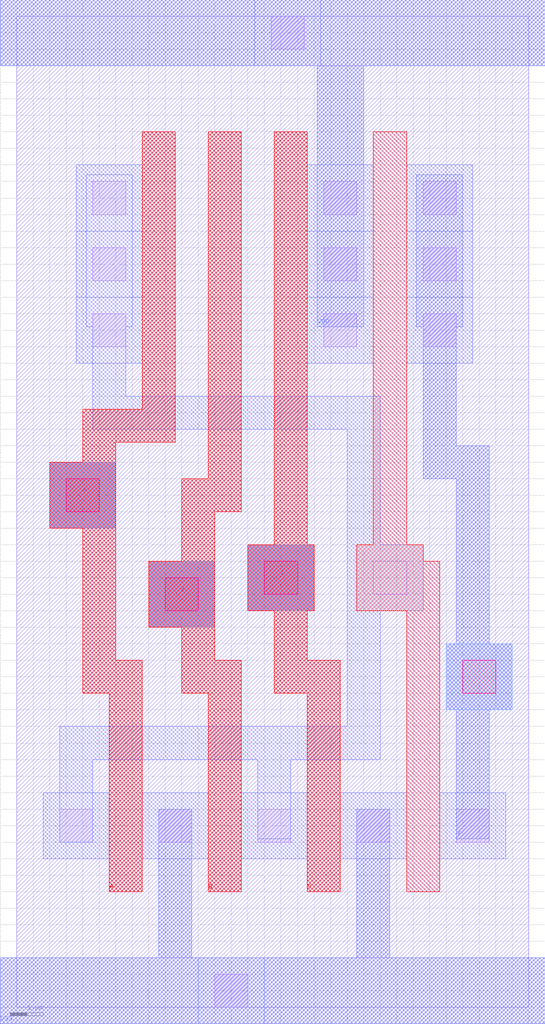
<source format=lef>
VERSION 5.3 ;

NAMESCASESENSITIVE ON ;

UNITS
  DATABASE MICRONS 1000 ;
END UNITS











MACRO or31LEF
  CLASS BLOCK ;
  PIN A
    DIRECTION INPUT ;
    PORT
      LAYER POL ;
        POLYGON 1.000 16.500  1.000 14.500  2.000 14.500  2.000 9.500  2.800 
        9.500  2.800 3.500  3.800 3.500  3.800 10.500  3.000 10.500  3.000 
        17.100  4.800 17.100  4.800 26.500  3.800 26.500  3.800 18.100  2.000 
        18.100  2.000 16.500  1.000 16.500  ;
    END
    PORT
      LAYER ML1 ;
        POLYGON 1.000 14.500  1.000 16.500  3.000 16.500  3.000 14.500  1.000 
        14.500  ;
    END
  END A
  PIN B
    DIRECTION INPUT ;
    PORT
      LAYER POL ;
        POLYGON 4.000 13.500  4.000 11.500  5.000 11.500  5.000 9.500  5.800 
        9.500  5.800 3.500  6.800 3.500  6.800 10.500  6.000 10.500  6.000 
        15.000  6.800 15.000  6.800 26.500  5.800 26.500  5.800 16.000  5.000 
        16.000  5.000 13.500  4.000 13.500  ;
    END
    PORT
      LAYER ML1 ;
        RECT 4.000 11.500  6.000 13.500  ;
    END
  END B
  PIN C
    DIRECTION INPUT ;
    PORT
      LAYER POL ;
        POLYGON 7.000 14.000  7.000 12.000  7.800 12.000  7.800 9.500  8.800 
        9.500  8.800 3.500  9.800 3.500  9.800 10.500  8.800 10.500  8.800 
        12.000  9.000 12.000  9.000 14.000  8.800 14.000  8.800 26.500  7.800 
        26.500  7.800 14.000  7.000 14.000  ;
    END
    PORT
      LAYER ML1 ;
        POLYGON 7.000 12.000  7.000 14.000  9.000 14.000  9.000 12.000  7.000 
        12.000  ;
    END
  END C
  PIN VDD
    DIRECTION INOUT ;
    PORT
      LAYER ML1 ;
        POLYGON -0.500 30.500  -0.500 28.500  9.100 28.500  9.100 20.600  
        10.500 20.600  10.500 28.500  16.000 28.500  16.000 30.500  -0.500 
        30.500  ;
    END
  END VDD
  PIN VSS
    DIRECTION INOUT ;
    PORT
      LAYER ML1 ;
        POLYGON -0.500 1.500  -0.500 -0.500  16.000 -0.500  16.000 1.500  
        11.300 1.500  11.300 6.000  10.300 6.000  10.300 1.500  5.300 1.500  
        5.300 6.000  4.300 6.000  4.300 1.500  -0.500 1.500  ;
    END
  END VSS
  PIN Y
    DIRECTION OUTPUT ;
    PORT
      LAYER ML1 ;
        POLYGON 13.000 11.000  13.000 9.000  13.300 9.000  13.300 5.100  
        14.300 5.100  14.300 9.000  15.000 9.000  15.000 11.000  14.300 11.000 
         14.300 17.000  13.300 17.000  13.300 20.600  13.500 20.600  13.500 
        25.200  12.100 25.200  12.100 20.600  12.300 20.600  12.300 16.000  
        13.300 16.000  13.300 11.000  13.000 11.000  ;
    END
  END Y
  OBS
    LAYER CNT ;
      POLYGON 10.300 5.000  10.300 6.000  11.300 6.000  11.300 5.000  10.300 
      5.000  ;
      POLYGON 12.300 24.000  12.300 25.000  13.300 25.000  13.300 24.000  
      12.300 24.000  ;
      POLYGON 12.300 22.000  12.300 23.000  13.300 23.000  13.300 22.000  
      12.300 22.000  ;
      POLYGON 12.300 20.000  12.300 21.000  13.300 21.000  13.300 20.000  
      12.300 20.000  ;
      POLYGON 13.300 5.000  13.300 6.000  14.300 6.000  14.300 5.000  13.300 
      5.000  ;
      POLYGON 10.800 12.500  10.800 13.500  11.800 13.500  11.800 12.500  
      10.800 12.500  ;
      POLYGON 7.500 12.500  7.500 13.500  8.500 13.500  8.500 12.500  7.500 
      12.500  ;
      POLYGON 7.700 29.000  7.700 30.000  8.700 30.000  8.700 29.000  7.700 
      29.000  ;
      POLYGON 4.500 12.000  4.500 13.000  5.500 13.000  5.500 12.000  4.500 
      12.000  ;
      POLYGON 1.500 15.000  1.500 16.000  2.500 16.000  2.500 15.000  1.500 
      15.000  ;
      POLYGON 6.000 0.000  6.000 1.000  7.000 1.000  7.000 0.000  6.000 0.000  ;
      
      POLYGON 9.300 20.000  9.300 21.000  10.300 21.000  10.300 20.000  9.300 
      20.000  ;
      POLYGON 9.300 22.000  9.300 23.000  10.300 23.000  10.300 22.000  9.300 
      22.000  ;
      POLYGON 9.300 24.000  9.300 25.000  10.300 25.000  10.300 24.000  9.300 
      24.000  ;
      POLYGON 7.300 5.000  7.300 6.000  8.300 6.000  8.300 5.000  7.300 5.000  ;
      
      POLYGON 4.300 5.000  4.300 6.000  5.300 6.000  5.300 5.000  4.300 5.000  ;
      
      POLYGON 2.300 22.000  2.300 23.000  3.300 23.000  3.300 22.000  2.300 
      22.000  ;
      POLYGON 2.300 20.000  2.300 21.000  3.300 21.000  3.300 20.000  2.300 
      20.000  ;
      POLYGON 2.300 24.000  2.300 25.000  3.300 25.000  3.300 24.000  2.300 
      24.000  ;
      POLYGON 1.300 5.000  1.300 6.000  2.300 6.000  2.300 5.000  1.300 5.000  ;
      
    LAYER FRAME ;
      RECT -0.500 28.500  16.000 30.500  ;
      RECT -0.500 -0.500  16.000 1.500  ;
      POLYGON 0.000 0.000  15.500 0.000  15.500 30.000  0.000 30.000  0.000 
      0.000  ;
    LAYER ML1 ;
      POLYGON 1.000 14.500  1.000 16.500  3.000 16.500  3.000 14.500  1.000 
      14.500  ;
      POLYGON 4.000 11.500  4.000 13.500  6.000 13.500  6.000 11.500  4.000 
      11.500  ;
      RECT 5.500 -0.500  7.500 1.500  ;
      POLYGON 7.000 12.000  7.000 14.000  9.000 14.000  9.000 12.000  7.000 
      12.000  ;
      RECT 1.000 14.500  3.000 16.500  ;
      RECT 4.000 11.500  6.000 13.500  ;
      RECT 7.200 28.500  9.200 30.500  ;
      RECT 7.000 12.000  9.000 14.000  ;
      RECT 12.800 4.500  14.800 6.500  ;
      RECT 11.800 19.500  13.800 21.500  ;
      RECT 11.800 21.500  13.800 23.500  ;
      RECT 11.800 23.500  13.800 25.500  ;
      RECT 9.800 4.500  11.800 6.500  ;
      RECT 8.800 19.500  10.800 21.500  ;
      RECT 8.800 21.500  10.800 23.500  ;
      RECT 8.800 23.500  10.800 25.500  ;
      RECT 6.800 4.500  8.800 6.500  ;
      RECT 3.800 4.500  5.800 6.500  ;
      RECT 1.800 21.500  3.800 23.500  ;
      RECT 1.800 19.500  3.800 21.500  ;
      RECT 1.800 23.500  3.800 25.500  ;
      RECT 0.800 4.500  2.800 6.500  ;
      POLYGON -0.500 30.500  -0.500 28.500  9.100 28.500  9.100 20.600  10.500 
      20.600  10.500 28.500  16.000 28.500  16.000 30.500  -0.500 30.500  ;
      POLYGON -0.500 1.500  -0.500 -0.500  16.000 -0.500  16.000 1.500  11.300 
      1.500  11.300 6.000  10.300 6.000  10.300 1.500  5.300 1.500  5.300 
      6.000  4.300 6.000  4.300 1.500  -0.500 1.500  ;
      POLYGON 1.300 8.500  1.300 5.000  2.300 5.000  2.300 7.500  7.300 7.500  
      7.300 5.100  8.300 5.100  8.300 7.500  11.000 7.500  11.000 12.000  
      12.300 12.000  12.300 14.000  11.000 14.000  11.000 18.500  3.300 18.500 
       3.300 20.600  3.500 20.600  3.500 25.200  2.100 25.200  2.100 20.600  
      2.300 20.600  2.300 17.500  10.000 17.500  10.000 8.500  1.300 8.500  ;
      POLYGON 13.000 11.000  13.000 9.000  13.300 9.000  13.300 5.100  14.300 
      5.100  14.300 9.000  15.000 9.000  15.000 11.000  14.300 11.000  14.300 
      17.000  13.300 17.000  13.300 20.600  13.500 20.600  13.500 25.200  
      12.100 25.200  12.100 20.600  12.300 20.600  12.300 16.000  13.300 
      16.000  13.300 11.000  13.000 11.000  ;
    LAYER ML2 ;
      POLYGON 13.000 11.000  13.000 9.000  15.000 9.000  15.000 11.000  13.000 
      11.000  ;
      POLYGON 7.000 12.000  7.000 14.000  9.000 14.000  9.000 12.000  7.000 
      12.000  ;
      POLYGON 4.000 11.500  4.000 13.500  6.000 13.500  6.000 11.500  4.000 
      11.500  ;
      POLYGON 1.000 14.500  1.000 16.500  3.000 16.500  3.000 14.500  1.000 
      14.500  ;
    LAYER POL ;
      POLYGON 10.300 14.000  10.300 12.000  11.800 12.000  11.800 3.500  
      12.800 3.500  12.800 13.500  12.300 13.500  12.300 14.000  11.800 14.000 
       11.800 26.500  10.800 26.500  10.800 14.000  10.300 14.000  ;
      POLYGON 7.000 14.000  7.000 12.000  7.800 12.000  7.800 9.500  8.800 
      9.500  8.800 3.500  9.800 3.500  9.800 10.500  8.800 10.500  8.800 
      12.000  9.000 12.000  9.000 14.000  8.800 14.000  8.800 26.500  7.800 
      26.500  7.800 14.000  7.000 14.000  ;
      POLYGON 4.000 13.500  4.000 11.500  5.000 11.500  5.000 9.500  5.800 
      9.500  5.800 3.500  6.800 3.500  6.800 10.500  6.000 10.500  6.000 
      15.000  6.800 15.000  6.800 26.500  5.800 26.500  5.800 16.000  5.000 
      16.000  5.000 13.500  4.000 13.500  ;
      POLYGON 1.000 16.500  1.000 14.500  2.000 14.500  2.000 9.500  2.800 
      9.500  2.800 3.500  3.800 3.500  3.800 10.500  3.000 10.500  3.000 
      17.100  4.800 17.100  4.800 26.500  3.800 26.500  3.800 18.100  2.000 
      18.100  2.000 16.500  1.000 16.500  ;
    LAYER VIA1 ;
      POLYGON 7.500 12.500  7.500 13.500  8.500 13.500  8.500 12.500  7.500 
      12.500  ;
      POLYGON 4.500 12.000  4.500 13.000  5.500 13.000  5.500 12.000  4.500 
      12.000  ;
      POLYGON 13.500 9.500  13.500 10.500  14.500 10.500  14.500 9.500  13.500 
      9.500  ;
      POLYGON 1.500 15.000  1.500 16.000  2.500 16.000  2.500 15.000  1.500 
      15.000  ;
  END
END or31LEF


END LIBRARY

</source>
